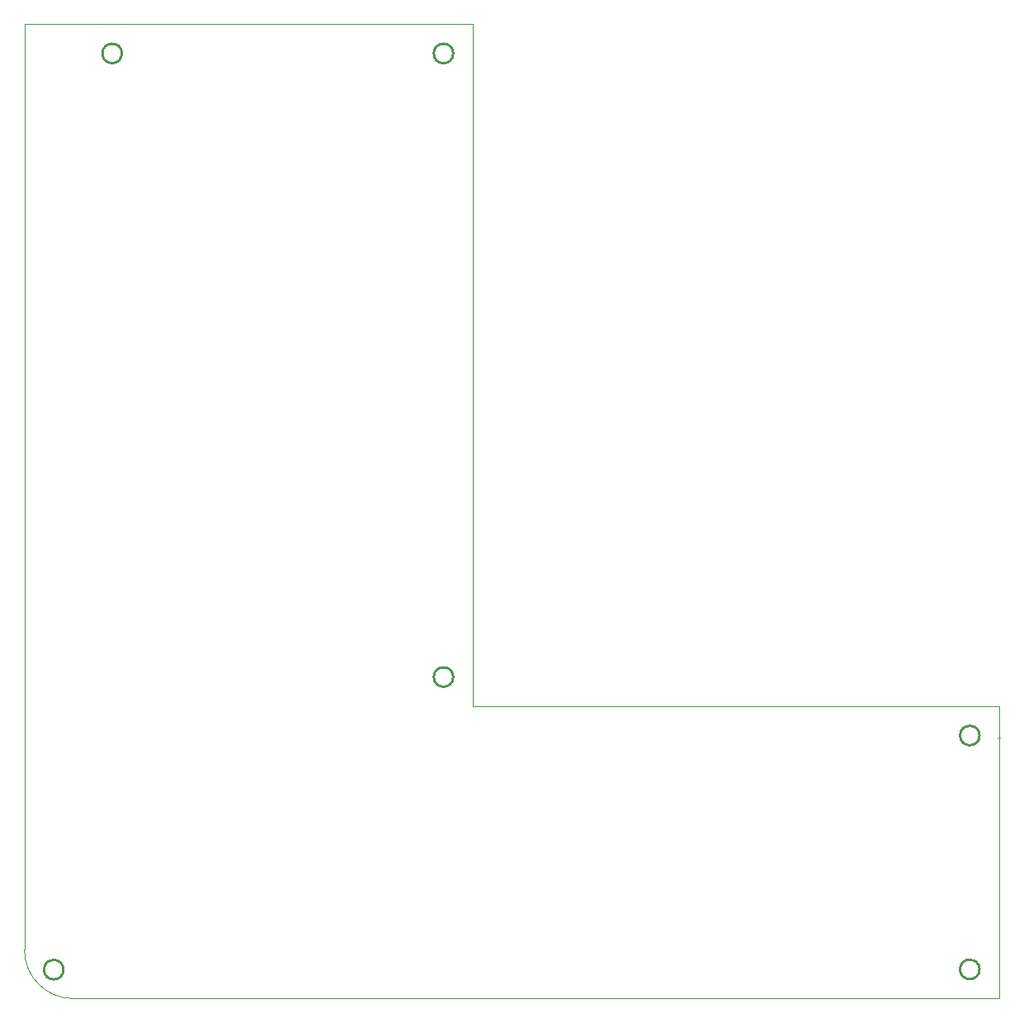
<source format=gm1>
G04*
G04 #@! TF.GenerationSoftware,Altium Limited,Altium Designer,21.0.8 (223)*
G04*
G04 Layer_Color=16711935*
%FSLAX25Y25*%
%MOIN*%
G70*
G04*
G04 #@! TF.SameCoordinates,947A2CD8-D87E-4BA2-AADF-D00DD91F1A07*
G04*
G04*
G04 #@! TF.FilePolarity,Positive*
G04*
G01*
G75*
%ADD10C,0.01000*%
%ADD133C,0.00039*%
D10*
X39370Y381890D02*
G03*
X39370Y381890I-3937J0D01*
G01*
X173228D02*
G03*
X173228Y381890I-3937J0D01*
G01*
Y129921D02*
G03*
X173228Y129921I-3937J0D01*
G01*
X15757Y11676D02*
G03*
X15757Y11676I-3937J0D01*
G01*
X385827Y11811D02*
G03*
X385827Y11811I-3937J0D01*
G01*
Y106299D02*
G03*
X385827Y106299I-3937J0D01*
G01*
D133*
X-0Y19685D02*
G03*
X19685Y-0I19685J0D01*
G01*
X-0Y19685D02*
X0Y393701D01*
X19685Y0D02*
X393701Y0D01*
X393701D02*
X393701Y118110D01*
X181102Y118110D02*
X393701Y118110D01*
X0Y393701D02*
X181102D01*
X393299Y105311D02*
X394000D01*
X393189Y105201D02*
X393299Y105311D01*
X181102Y118110D02*
Y393701D01*
M02*

</source>
